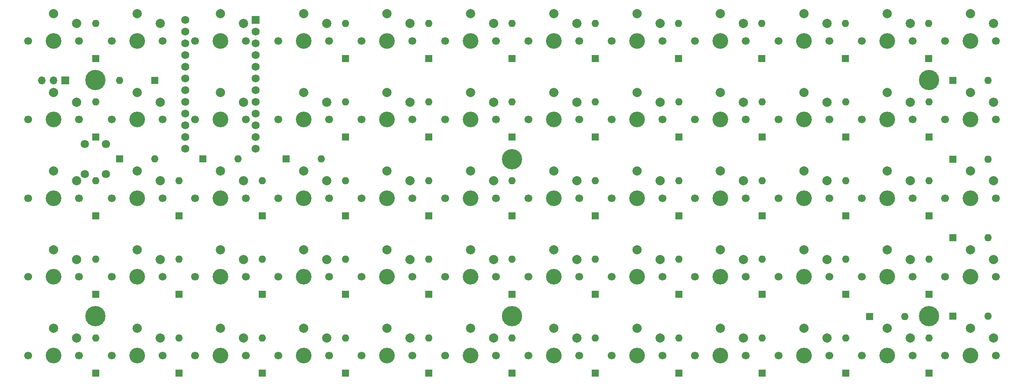
<source format=gts>
G04 #@! TF.GenerationSoftware,KiCad,Pcbnew,7.0.1*
G04 #@! TF.CreationDate,2023-04-06T13:44:27+02:00*
G04 #@! TF.ProjectId,t-rex,742d7265-782e-46b6-9963-61645f706362,rev?*
G04 #@! TF.SameCoordinates,Original*
G04 #@! TF.FileFunction,Soldermask,Top*
G04 #@! TF.FilePolarity,Negative*
%FSLAX46Y46*%
G04 Gerber Fmt 4.6, Leading zero omitted, Abs format (unit mm)*
G04 Created by KiCad (PCBNEW 7.0.1) date 2023-04-06 13:44:27*
%MOMM*%
%LPD*%
G01*
G04 APERTURE LIST*
%ADD10R,1.600000X1.600000*%
%ADD11O,1.600000X1.600000*%
%ADD12C,1.700000*%
%ADD13C,3.400000*%
%ADD14C,2.000000*%
%ADD15R,1.700000X1.700000*%
%ADD16O,1.700000X1.700000*%
%ADD17C,4.400000*%
%ADD18C,1.800000*%
%ADD19R,1.752600X1.752600*%
%ADD20C,1.752600*%
G04 APERTURE END LIST*
D10*
X64816199Y-43230000D03*
D11*
X57196199Y-43230000D03*
D12*
X199941239Y-85887500D03*
D13*
X205441239Y-85887500D03*
D12*
X210941239Y-85887500D03*
D14*
X205441239Y-79987500D03*
X210441239Y-82087500D03*
D10*
X232525000Y-38510000D03*
D11*
X232525000Y-30890000D03*
D13*
X61006199Y-85887500D03*
D12*
X66506199Y-85887500D03*
X55506199Y-85887500D03*
D14*
X61006199Y-79987500D03*
X66006199Y-82087500D03*
D15*
X45476819Y-43250000D03*
D16*
X42936819Y-43250000D03*
X40396819Y-43250000D03*
D10*
X232549999Y-72635000D03*
D11*
X232549999Y-65015000D03*
D12*
X156778099Y-34700000D03*
X145778099Y-34700000D03*
D13*
X151278099Y-34700000D03*
D14*
X151278099Y-28800000D03*
X156278099Y-30900000D03*
D10*
X196400000Y-72635000D03*
D11*
X196400000Y-65015000D03*
D17*
X142250000Y-60325000D03*
D10*
X232549999Y-106760000D03*
D11*
X232549999Y-99140000D03*
D13*
X241549999Y-85887500D03*
D12*
X247049999Y-85887500D03*
X236049999Y-85887500D03*
D14*
X241549999Y-79987500D03*
X246549999Y-82087500D03*
D10*
X106169339Y-55572500D03*
D11*
X106169339Y-47952500D03*
D13*
X151278099Y-51762500D03*
D12*
X156778099Y-51762500D03*
X145778099Y-51762500D03*
D14*
X151278099Y-45862500D03*
X156278099Y-47962500D03*
D10*
X160300000Y-89697500D03*
D11*
X160300000Y-82077500D03*
D10*
X142250000Y-89697500D03*
D11*
X142250000Y-82077500D03*
D12*
X91614959Y-51762500D03*
X102614959Y-51762500D03*
D13*
X97114959Y-51762500D03*
D14*
X97114959Y-45862500D03*
X102114959Y-47962500D03*
D12*
X138723719Y-102950000D03*
X127723719Y-102950000D03*
D13*
X133223719Y-102950000D03*
D14*
X133223719Y-97050000D03*
X138223719Y-99150000D03*
D12*
X138723719Y-85887500D03*
D13*
X133223719Y-85887500D03*
D12*
X127723719Y-85887500D03*
D14*
X133223719Y-79987500D03*
X138223719Y-82087500D03*
D10*
X106125000Y-38510000D03*
D11*
X106125000Y-30890000D03*
D13*
X151278099Y-85887500D03*
D12*
X156778099Y-85887500D03*
X145778099Y-85887500D03*
D14*
X151278099Y-79987500D03*
X156278099Y-82087500D03*
D13*
X169332479Y-51762500D03*
D12*
X174832479Y-51762500D03*
X163832479Y-51762500D03*
D14*
X169332479Y-45862500D03*
X174332479Y-47962500D03*
D12*
X120669339Y-51762500D03*
D13*
X115169339Y-51762500D03*
D12*
X109669339Y-51762500D03*
D14*
X115169339Y-45862500D03*
X120169339Y-47962500D03*
D10*
X124200000Y-89697500D03*
D11*
X124200000Y-82077500D03*
D13*
X169332479Y-85887500D03*
D12*
X163832479Y-85887500D03*
X174832479Y-85887500D03*
D14*
X169332479Y-79987500D03*
X174332479Y-82087500D03*
D17*
X52006199Y-94387500D03*
D10*
X124200000Y-106760000D03*
D11*
X124200000Y-99140000D03*
D10*
X178350000Y-106760000D03*
D11*
X178350000Y-99140000D03*
D13*
X61006199Y-68825000D03*
D12*
X55506199Y-68825000D03*
X66506199Y-68825000D03*
D14*
X61006199Y-62925000D03*
X66006199Y-65025000D03*
D12*
X181886859Y-51762500D03*
D13*
X187386859Y-51762500D03*
D12*
X192886859Y-51762500D03*
D14*
X187386859Y-45862500D03*
X192386859Y-47962500D03*
D10*
X214425000Y-38510000D03*
D11*
X214425000Y-30890000D03*
D10*
X237739999Y-94425000D03*
D11*
X245359999Y-94425000D03*
D10*
X70060579Y-106760000D03*
D11*
X70060579Y-99140000D03*
D12*
X174832479Y-34700000D03*
X163832479Y-34700000D03*
D13*
X169332479Y-34700000D03*
D14*
X169332479Y-28800000D03*
X174332479Y-30900000D03*
D10*
X196400000Y-89697500D03*
D11*
X196400000Y-82077500D03*
D12*
X120669339Y-34700000D03*
D13*
X115169339Y-34700000D03*
D12*
X109669339Y-34700000D03*
D14*
X115169339Y-28800000D03*
X120169339Y-30900000D03*
X192386859Y-82087500D03*
X187386859Y-79987500D03*
D12*
X181886859Y-85887500D03*
X192886859Y-85887500D03*
D13*
X187386859Y-85887500D03*
D10*
X70060579Y-89697500D03*
D11*
X70060579Y-82077500D03*
D10*
X178350000Y-72635000D03*
D11*
X178350000Y-65015000D03*
D10*
X142225000Y-38510000D03*
D11*
X142225000Y-30890000D03*
D10*
X196375000Y-38510000D03*
D11*
X196375000Y-30890000D03*
D10*
X57196199Y-60300000D03*
D11*
X64816199Y-60300000D03*
D12*
X73560579Y-68825000D03*
D13*
X79060579Y-68825000D03*
D12*
X84560579Y-68825000D03*
D14*
X79060579Y-62925000D03*
X84060579Y-65025000D03*
D13*
X223495619Y-68825000D03*
D12*
X217995619Y-68825000D03*
X228995619Y-68825000D03*
D14*
X223495619Y-62925000D03*
X228495619Y-65025000D03*
D10*
X219685619Y-94475000D03*
D11*
X227305619Y-94475000D03*
D12*
X145778099Y-102950000D03*
D13*
X151278099Y-102950000D03*
D12*
X156778099Y-102950000D03*
D14*
X151278099Y-97050000D03*
X156278099Y-99150000D03*
D10*
X52050000Y-72635000D03*
D11*
X52050000Y-65015000D03*
D10*
X214500000Y-89697500D03*
D11*
X214500000Y-82077500D03*
D12*
X217995619Y-102950000D03*
X228995619Y-102950000D03*
D13*
X223495619Y-102950000D03*
D14*
X223495619Y-97050000D03*
X228495619Y-99150000D03*
D10*
X237739999Y-60325000D03*
D11*
X245359999Y-60325000D03*
D13*
X133223719Y-34700000D03*
D12*
X127723719Y-34700000D03*
X138723719Y-34700000D03*
D14*
X133223719Y-28800000D03*
X138223719Y-30900000D03*
D13*
X223495619Y-34700000D03*
D12*
X217995619Y-34700000D03*
X228995619Y-34700000D03*
D14*
X223495619Y-28800000D03*
X228495619Y-30900000D03*
D12*
X199941239Y-34700000D03*
X210941239Y-34700000D03*
D13*
X205441239Y-34700000D03*
D14*
X205441239Y-28800000D03*
X210441239Y-30900000D03*
D13*
X61006199Y-34700000D03*
D12*
X66506199Y-34700000D03*
X55506199Y-34700000D03*
D14*
X61006199Y-28800000D03*
X66006199Y-30900000D03*
D12*
X73560579Y-102950000D03*
X84560579Y-102950000D03*
D13*
X79060579Y-102950000D03*
D14*
X79060579Y-97050000D03*
X84060579Y-99150000D03*
D10*
X124194339Y-38510000D03*
D11*
X124194339Y-30890000D03*
D10*
X106169339Y-106760000D03*
D11*
X106169339Y-99140000D03*
D12*
X84560579Y-85887500D03*
D13*
X79060579Y-85887500D03*
D12*
X73560579Y-85887500D03*
D14*
X79060579Y-79987500D03*
X84060579Y-82087500D03*
D12*
X109669339Y-68825000D03*
X120669339Y-68825000D03*
D13*
X115169339Y-68825000D03*
D14*
X115169339Y-62925000D03*
X120169339Y-65025000D03*
D12*
X55506199Y-51762500D03*
X66506199Y-51762500D03*
D13*
X61006199Y-51762500D03*
D14*
X61006199Y-45862500D03*
X66006199Y-47962500D03*
D13*
X205441239Y-102950000D03*
D12*
X210941239Y-102950000D03*
X199941239Y-102950000D03*
D14*
X205441239Y-97050000D03*
X210441239Y-99150000D03*
D13*
X42951819Y-85887500D03*
D12*
X48451819Y-85887500D03*
X37451819Y-85887500D03*
D14*
X42951819Y-79987500D03*
X47951819Y-82087500D03*
D17*
X232549999Y-94387500D03*
D10*
X214500000Y-55572500D03*
D11*
X214500000Y-47952500D03*
D17*
X142250000Y-94387500D03*
D10*
X52050000Y-55572500D03*
D11*
X52050000Y-47952500D03*
D13*
X241549999Y-34700000D03*
D12*
X247049999Y-34700000D03*
X236049999Y-34700000D03*
D14*
X241549999Y-28800000D03*
X246549999Y-30900000D03*
D13*
X42951819Y-34700000D03*
D12*
X48451819Y-34700000D03*
X37451819Y-34700000D03*
D14*
X42951819Y-28800000D03*
X47951819Y-30900000D03*
D10*
X52050000Y-106760000D03*
D11*
X52050000Y-99140000D03*
D10*
X178350000Y-55572500D03*
D11*
X178350000Y-47952500D03*
D13*
X115169339Y-85887500D03*
D12*
X120669339Y-85887500D03*
X109669339Y-85887500D03*
D14*
X115169339Y-79987500D03*
X120169339Y-82087500D03*
D10*
X160300000Y-72635000D03*
D11*
X160300000Y-65015000D03*
D10*
X93304959Y-60300000D03*
D11*
X100924959Y-60300000D03*
D12*
X228995619Y-85887500D03*
D13*
X223495619Y-85887500D03*
D12*
X217995619Y-85887500D03*
D14*
X223495619Y-79987500D03*
X228495619Y-82087500D03*
D13*
X205441239Y-68825000D03*
D12*
X210941239Y-68825000D03*
X199941239Y-68825000D03*
D14*
X205441239Y-62925000D03*
X210441239Y-65025000D03*
D10*
X142250000Y-72635000D03*
D11*
X142250000Y-65015000D03*
D10*
X70060579Y-72635000D03*
D11*
X70060579Y-65015000D03*
D10*
X88100000Y-106760000D03*
D11*
X88100000Y-99140000D03*
D10*
X196400000Y-55572500D03*
D11*
X196400000Y-47952500D03*
D10*
X142250000Y-106760000D03*
D11*
X142250000Y-99140000D03*
D10*
X75250579Y-60300000D03*
D11*
X82870579Y-60300000D03*
D13*
X241549999Y-68825000D03*
D12*
X236049999Y-68825000D03*
X247049999Y-68825000D03*
D14*
X241549999Y-62925000D03*
X246549999Y-65025000D03*
D12*
X192886859Y-34700000D03*
X181886859Y-34700000D03*
D13*
X187386859Y-34700000D03*
D14*
X187386859Y-28800000D03*
X192386859Y-30900000D03*
D10*
X52050000Y-89697500D03*
D11*
X52050000Y-82077500D03*
D10*
X178325000Y-38510000D03*
D11*
X178325000Y-30890000D03*
D12*
X247049999Y-51762500D03*
D13*
X241549999Y-51762500D03*
D12*
X236049999Y-51762500D03*
D14*
X241549999Y-45862500D03*
X246549999Y-47962500D03*
D13*
X42951819Y-68825000D03*
D12*
X37451819Y-68825000D03*
X48451819Y-68825000D03*
D14*
X42951819Y-62925000D03*
X47951819Y-65025000D03*
D12*
X102614959Y-34700000D03*
D13*
X97114959Y-34700000D03*
D12*
X91614959Y-34700000D03*
D14*
X97114959Y-28800000D03*
X102114959Y-30900000D03*
D12*
X145778099Y-68825000D03*
X156778099Y-68825000D03*
D13*
X151278099Y-68825000D03*
D14*
X151278099Y-62925000D03*
X156278099Y-65025000D03*
D12*
X55506199Y-102950000D03*
D13*
X61006199Y-102950000D03*
D12*
X66506199Y-102950000D03*
D14*
X61006199Y-97050000D03*
X66006199Y-99150000D03*
D12*
X48451819Y-102950000D03*
D13*
X42951819Y-102950000D03*
D12*
X37451819Y-102950000D03*
D14*
X42951819Y-97050000D03*
X47951819Y-99150000D03*
D13*
X133223719Y-68825000D03*
D12*
X127723719Y-68825000D03*
X138723719Y-68825000D03*
D14*
X133223719Y-62925000D03*
X138223719Y-65025000D03*
D10*
X124200000Y-72635000D03*
D11*
X124200000Y-65015000D03*
D12*
X181886859Y-68825000D03*
D13*
X187386859Y-68825000D03*
D12*
X192886859Y-68825000D03*
D14*
X187386859Y-62925000D03*
X192386859Y-65025000D03*
D12*
X127723719Y-51762500D03*
D13*
X133223719Y-51762500D03*
D12*
X138723719Y-51762500D03*
D14*
X133223719Y-45862500D03*
X138223719Y-47962500D03*
D10*
X124200000Y-55572500D03*
D11*
X124200000Y-47952500D03*
D12*
X247049999Y-102950000D03*
X236049999Y-102950000D03*
D13*
X241549999Y-102950000D03*
D14*
X241549999Y-97050000D03*
X246549999Y-99150000D03*
D10*
X160300000Y-55572500D03*
D11*
X160300000Y-47952500D03*
D10*
X214500000Y-106760000D03*
D11*
X214500000Y-99140000D03*
D17*
X52006199Y-43200000D03*
D10*
X214500000Y-72635000D03*
D11*
X214500000Y-65015000D03*
D10*
X106169339Y-89697500D03*
D11*
X106169339Y-82077500D03*
D10*
X88100000Y-72635000D03*
D11*
X88100000Y-65015000D03*
D13*
X97114959Y-85887500D03*
D12*
X102614959Y-85887500D03*
X91614959Y-85887500D03*
D14*
X97114959Y-79987500D03*
X102114959Y-82087500D03*
D10*
X237739999Y-77387500D03*
D11*
X245359999Y-77387500D03*
D13*
X115169339Y-102950000D03*
D12*
X120669339Y-102950000D03*
X109669339Y-102950000D03*
D14*
X115169339Y-97050000D03*
X120169339Y-99150000D03*
D10*
X160275000Y-38510000D03*
D11*
X160275000Y-30890000D03*
D10*
X160300000Y-106760000D03*
D11*
X160300000Y-99140000D03*
D10*
X52050000Y-38510000D03*
D11*
X52050000Y-30890000D03*
D10*
X196400000Y-106760000D03*
D11*
X196400000Y-99140000D03*
D10*
X237739999Y-43225000D03*
D11*
X245359999Y-43225000D03*
D10*
X106169339Y-72635000D03*
D11*
X106169339Y-65015000D03*
D10*
X88100000Y-89697500D03*
D11*
X88100000Y-82077500D03*
D17*
X232549999Y-43200000D03*
D10*
X142250000Y-55572500D03*
D11*
X142250000Y-47952500D03*
D12*
X91614959Y-68825000D03*
D13*
X97114959Y-68825000D03*
D12*
X102614959Y-68825000D03*
D14*
X97114959Y-62925000D03*
X102114959Y-65025000D03*
D12*
X174832479Y-102950000D03*
D13*
X169332479Y-102950000D03*
D12*
X163832479Y-102950000D03*
D14*
X169332479Y-97050000D03*
X174332479Y-99150000D03*
D10*
X232549999Y-55572500D03*
D11*
X232549999Y-47952500D03*
D10*
X178350000Y-89697500D03*
D11*
X178350000Y-82077500D03*
D12*
X217995619Y-51762500D03*
X228995619Y-51762500D03*
D13*
X223495619Y-51762500D03*
D14*
X223495619Y-45862500D03*
X228495619Y-47962500D03*
D10*
X232549999Y-89697500D03*
D11*
X232549999Y-82077500D03*
D12*
X37451819Y-51762500D03*
D13*
X42951819Y-51762500D03*
D12*
X48451819Y-51762500D03*
D14*
X42951819Y-45862500D03*
X47951819Y-47962500D03*
D12*
X181886859Y-102950000D03*
X192886859Y-102950000D03*
D13*
X187386859Y-102950000D03*
D14*
X187386859Y-97050000D03*
X192386859Y-99150000D03*
D13*
X79060579Y-51762500D03*
D12*
X84560579Y-51762500D03*
X73560579Y-51762500D03*
D14*
X79060579Y-45862500D03*
X84060579Y-47962500D03*
D13*
X97114959Y-102950000D03*
D12*
X91614959Y-102950000D03*
X102614959Y-102950000D03*
D14*
X97114959Y-97050000D03*
X102114959Y-99150000D03*
D12*
X84560579Y-34700000D03*
D13*
X79060579Y-34700000D03*
D12*
X73560579Y-34700000D03*
D14*
X79060579Y-28800000D03*
X84060579Y-30900000D03*
D13*
X205441239Y-51762500D03*
D12*
X199941239Y-51762500D03*
X210941239Y-51762500D03*
D14*
X205441239Y-45862500D03*
X210441239Y-47962500D03*
D13*
X169332479Y-68825000D03*
D12*
X163832479Y-68825000D03*
X174832479Y-68825000D03*
D14*
X169332479Y-62925000D03*
X174332479Y-65025000D03*
D18*
X54229009Y-57043750D03*
X49729009Y-63543750D03*
X49729009Y-57043750D03*
X54229009Y-63543750D03*
D19*
X86680579Y-30116750D03*
D20*
X86680579Y-32656750D03*
X86680579Y-35196750D03*
X86680579Y-37736750D03*
X86680579Y-40276750D03*
X86680579Y-42816750D03*
X86680579Y-45356750D03*
X86680579Y-47896750D03*
X86680579Y-50436750D03*
X86680579Y-52976750D03*
X86680579Y-55516750D03*
X86680579Y-58056750D03*
X71440579Y-58056750D03*
X71440579Y-55516750D03*
X71440579Y-52976750D03*
X71440579Y-50436750D03*
X71440579Y-47896750D03*
X71440579Y-45356750D03*
X71440579Y-42816750D03*
X71440579Y-40276750D03*
X71440579Y-37736750D03*
X71440579Y-35196750D03*
X71440579Y-32656750D03*
X71440579Y-30116750D03*
M02*

</source>
